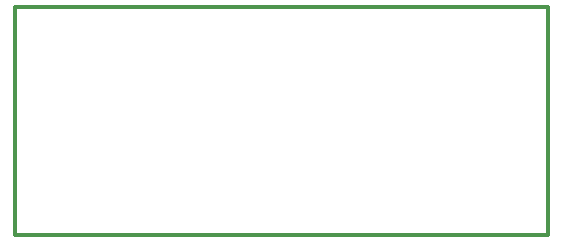
<source format=gko>
%FSTAX23Y23*%
%MOIN*%
%SFA1B1*%

%IPPOS*%
%ADD13C,0.011810*%
%LNmidi_stick-1*%
%LPD*%
G54D13*
X04601Y02555D02*
Y03315D01*
X02825Y02555D02*
X04601D01*
X02825Y03315D02*
X04601D01*
X02825Y02555D02*
Y03315D01*
M02*
</source>
